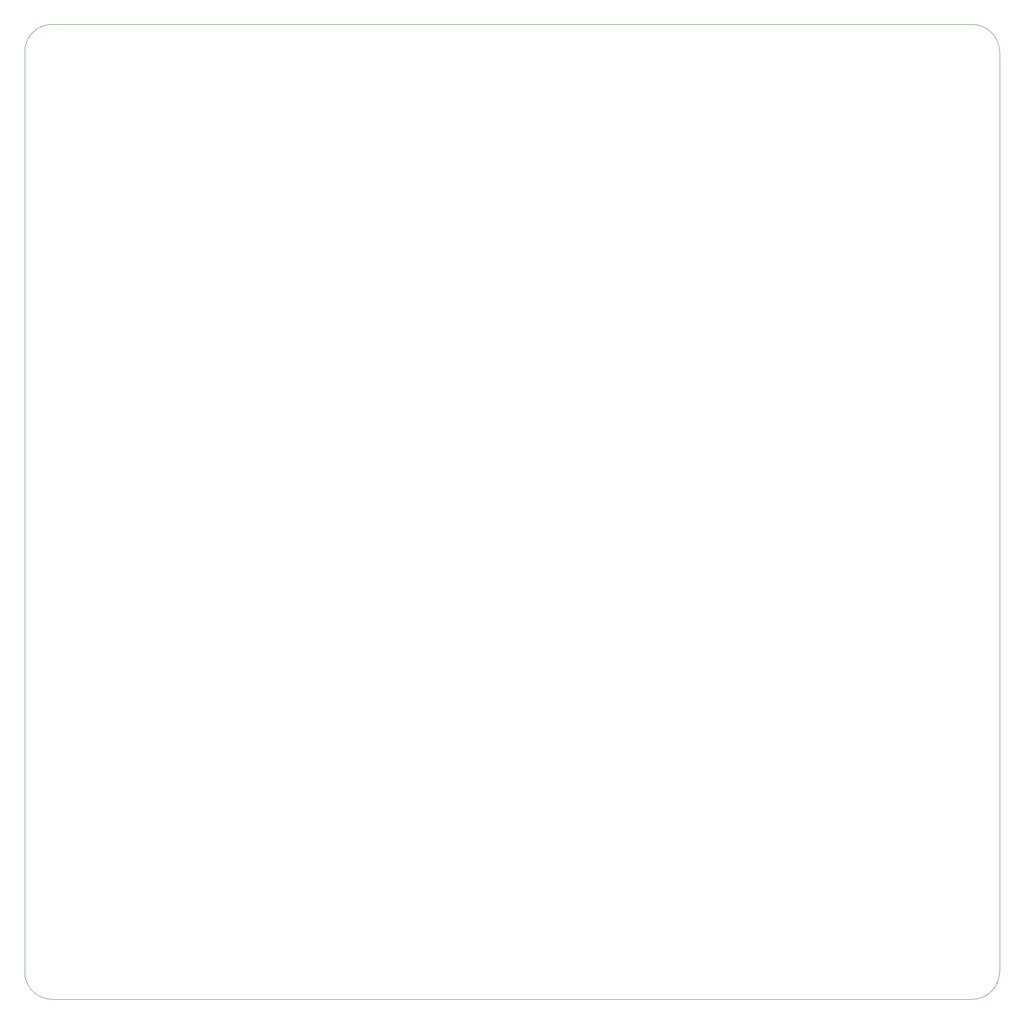
<source format=gbr>
%TF.GenerationSoftware,KiCad,Pcbnew,8.0.7*%
%TF.CreationDate,2025-04-17T15:34:13+07:00*%
%TF.ProjectId,Tractor VCU,54726163-746f-4722-9056-43552e6b6963,rev?*%
%TF.SameCoordinates,Original*%
%TF.FileFunction,Profile,NP*%
%FSLAX46Y46*%
G04 Gerber Fmt 4.6, Leading zero omitted, Abs format (unit mm)*
G04 Created by KiCad (PCBNEW 8.0.7) date 2025-04-17 15:34:13*
%MOMM*%
%LPD*%
G01*
G04 APERTURE LIST*
%TA.AperFunction,Profile*%
%ADD10C,0.100000*%
%TD*%
G04 APERTURE END LIST*
D10*
X111930000Y-238590000D02*
G75*
G02*
X106850000Y-233510000I0J5080000D01*
G01*
X286850000Y-233510000D02*
G75*
G02*
X281770000Y-238590000I-5080000J0D01*
G01*
X106850000Y-233510000D02*
X106850000Y-63670000D01*
X106850000Y-63670000D02*
G75*
G02*
X111930000Y-58590000I5080000J0D01*
G01*
X281770000Y-238590000D02*
X111930000Y-238590000D01*
X281770000Y-58590000D02*
G75*
G02*
X286850000Y-63670000I0J-5080000D01*
G01*
X286850000Y-63670000D02*
X286850000Y-233510000D01*
X111930000Y-58590000D02*
X281770000Y-58590000D01*
M02*

</source>
